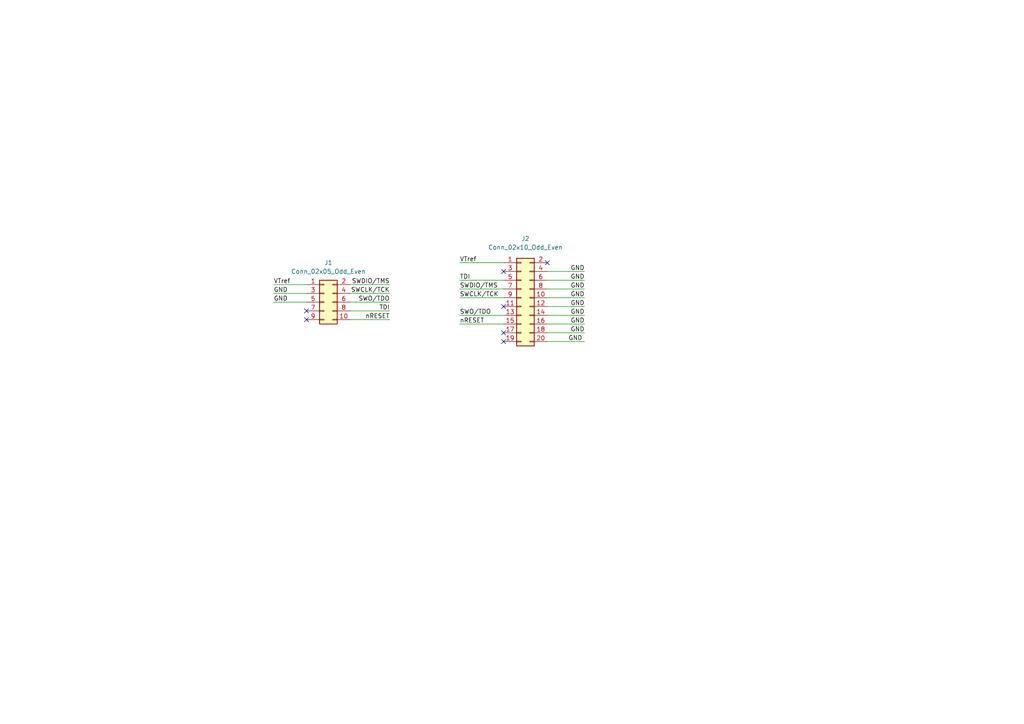
<source format=kicad_sch>
(kicad_sch (version 20211123) (generator eeschema)
  (paper "A4")
  (lib_symbols
    (symbol "Connector_Generic:Conn_02x05_Odd_Even" (pin_names (offset 1.016) hide)
      (property "Reference" "J" (at 1.27 7.62 0))
      (property "Value" "Conn_02x05_Odd_Even" (at 1.27 -7.62 0))
      (symbol "Conn_02x05_Odd_Even_1_1"
        (rectangle (start -1.27 -4.953) (end 0 -5.207) (stroke (width 0.1524)))
        (rectangle (start -1.27 -2.413) (end 0 -2.667) (stroke (width 0.1524)))
        (rectangle (start -1.27 0.127) (end 0 -0.127) (stroke (width 0.1524)))
        (rectangle (start -1.27 2.667) (end 0 2.413) (stroke (width 0.1524)))
        (rectangle (start -1.27 5.207) (end 0 4.953) (stroke (width 0.1524)))
        (rectangle (start -1.27 6.35) (end 3.81 -6.35) (stroke (width 0.254)) (fill (type background)))
        (rectangle (start 3.81 -4.953) (end 2.54 -5.207) (stroke (width 0.1524)))
        (rectangle (start 3.81 -2.413) (end 2.54 -2.667) (stroke (width 0.1524)))
        (rectangle (start 3.81 0.127) (end 2.54 -0.127) (stroke (width 0.1524)))
        (rectangle (start 3.81 2.667) (end 2.54 2.413) (stroke (width 0.1524)))
        (rectangle (start 3.81 5.207) (end 2.54 4.953) (stroke (width 0.1524)))
        (pin passive line (at -5.08 5.08 0) (length 3.81) (name "Pin_1") (number "1"))
        (pin passive line (at 7.62 -5.08 180) (length 3.81) (name "Pin_10") (number "10"))
        (pin passive line (at 7.62 5.08 180) (length 3.81) (name "Pin_2") (number "2"))
        (pin passive line (at -5.08 2.54 0) (length 3.81) (name "Pin_3") (number "3"))
        (pin passive line (at 7.62 2.54 180) (length 3.81) (name "Pin_4") (number "4"))
        (pin passive line (at -5.08 0 0) (length 3.81) (name "Pin_5") (number "5"))
        (pin passive line (at 7.62 0 180) (length 3.81) (name "Pin_6") (number "6"))
        (pin passive line (at -5.08 -2.54 0) (length 3.81) (name "Pin_7") (number "7"))
        (pin passive line (at 7.62 -2.54 180) (length 3.81) (name "Pin_8") (number "8"))
        (pin passive line (at -5.08 -5.08 0) (length 3.81) (name "Pin_9") (number "9"))
      )
    )
    (symbol "Connector_Generic:Conn_02x10_Odd_Even" (pin_names (offset 1.016) hide)
      (property "Reference" "J" (at 1.27 12.7 0))
      (property "Value" "Conn_02x10_Odd_Even" (at 1.27 -15.24 0))
      (symbol "Conn_02x10_Odd_Even_1_1"
        (rectangle (start -1.27 -12.573) (end 0 -12.827) (stroke (width 0.1524)))
        (rectangle (start -1.27 -10.033) (end 0 -10.287) (stroke (width 0.1524)))
        (rectangle (start -1.27 -7.493) (end 0 -7.747) (stroke (width 0.1524)))
        (rectangle (start -1.27 -4.953) (end 0 -5.207) (stroke (width 0.1524)))
        (rectangle (start -1.27 -2.413) (end 0 -2.667) (stroke (width 0.1524)))
        (rectangle (start -1.27 0.127) (end 0 -0.127) (stroke (width 0.1524)))
        (rectangle (start -1.27 2.667) (end 0 2.413) (stroke (width 0.1524)))
        (rectangle (start -1.27 5.207) (end 0 4.953) (stroke (width 0.1524)))
        (rectangle (start -1.27 7.747) (end 0 7.493) (stroke (width 0.1524)))
        (rectangle (start -1.27 10.287) (end 0 10.033) (stroke (width 0.1524)))
        (rectangle (start -1.27 11.43) (end 3.81 -13.97) (stroke (width 0.254)) (fill (type background)))
        (rectangle (start 3.81 -12.573) (end 2.54 -12.827) (stroke (width 0.1524)))
        (rectangle (start 3.81 -10.033) (end 2.54 -10.287) (stroke (width 0.1524)))
        (rectangle (start 3.81 -7.493) (end 2.54 -7.747) (stroke (width 0.1524)))
        (rectangle (start 3.81 -4.953) (end 2.54 -5.207) (stroke (width 0.1524)))
        (rectangle (start 3.81 -2.413) (end 2.54 -2.667) (stroke (width 0.1524)))
        (rectangle (start 3.81 0.127) (end 2.54 -0.127) (stroke (width 0.1524)))
        (rectangle (start 3.81 2.667) (end 2.54 2.413) (stroke (width 0.1524)))
        (rectangle (start 3.81 5.207) (end 2.54 4.953) (stroke (width 0.1524)))
        (rectangle (start 3.81 7.747) (end 2.54 7.493) (stroke (width 0.1524)))
        (rectangle (start 3.81 10.287) (end 2.54 10.033) (stroke (width 0.1524)))
        (pin passive line (at -5.08 10.16 0) (length 3.81) (name "Pin_1") (number "1"))
        (pin passive line (at 7.62 0 180) (length 3.81) (name "Pin_10") (number "10"))
        (pin passive line (at -5.08 -2.54 0) (length 3.81) (name "Pin_11") (number "11"))
        (pin passive line (at 7.62 -2.54 180) (length 3.81) (name "Pin_12") (number "12"))
        (pin passive line (at -5.08 -5.08 0) (length 3.81) (name "Pin_13") (number "13"))
        (pin passive line (at 7.62 -5.08 180) (length 3.81) (name "Pin_14") (number "14"))
        (pin passive line (at -5.08 -7.62 0) (length 3.81) (name "Pin_15") (number "15"))
        (pin passive line (at 7.62 -7.62 180) (length 3.81) (name "Pin_16") (number "16"))
        (pin passive line (at -5.08 -10.16 0) (length 3.81) (name "Pin_17") (number "17"))
        (pin passive line (at 7.62 -10.16 180) (length 3.81) (name "Pin_18") (number "18"))
        (pin passive line (at -5.08 -12.7 0) (length 3.81) (name "Pin_19") (number "19"))
        (pin passive line (at 7.62 10.16 180) (length 3.81) (name "Pin_2") (number "2"))
        (pin passive line (at 7.62 -12.7 180) (length 3.81) (name "Pin_20") (number "20"))
        (pin passive line (at -5.08 7.62 0) (length 3.81) (name "Pin_3") (number "3"))
        (pin passive line (at 7.62 7.62 180) (length 3.81) (name "Pin_4") (number "4"))
        (pin passive line (at -5.08 5.08 0) (length 3.81) (name "Pin_5") (number "5"))
        (pin passive line (at 7.62 5.08 180) (length 3.81) (name "Pin_6") (number "6"))
        (pin passive line (at -5.08 2.54 0) (length 3.81) (name "Pin_7") (number "7"))
        (pin passive line (at 7.62 2.54 180) (length 3.81) (name "Pin_8") (number "8"))
        (pin passive line (at -5.08 0 0) (length 3.81) (name "Pin_9") (number "9"))
      )
    )
  )
  (no_connect (at 146.05 78.74))
  (no_connect (at 88.9 92.71))
  (no_connect (at 88.9 90.17))
  (no_connect (at 158.75 76.2))
  (no_connect (at 146.05 99.06))
  (no_connect (at 146.05 96.52))
  (no_connect (at 146.05 88.9))
  (wire (pts (xy 133.35 86.36) (xy 146.05 86.36)))
  (wire (pts (xy 113.03 90.17) (xy 101.6 90.17)))
  (wire (pts (xy 158.75 86.36) (xy 169.545 86.36)))
  (wire (pts (xy 88.9 82.55) (xy 79.375 82.55)))
  (wire (pts (xy 133.35 76.2) (xy 146.05 76.2)))
  (wire (pts (xy 133.35 83.82) (xy 146.05 83.82)))
  (wire (pts (xy 113.03 82.55) (xy 101.6 82.55)))
  (wire (pts (xy 158.75 88.9) (xy 169.545 88.9)))
  (wire (pts (xy 158.75 99.06) (xy 169.545 99.06)))
  (wire (pts (xy 88.9 85.09) (xy 79.375 85.09)))
  (wire (pts (xy 88.9 87.63) (xy 79.375 87.63)))
  (wire (pts (xy 158.75 91.44) (xy 169.545 91.44)))
  (wire (pts (xy 158.75 81.28) (xy 169.545 81.28)))
  (wire (pts (xy 113.03 92.71) (xy 101.6 92.71)))
  (wire (pts (xy 158.75 96.52) (xy 169.545 96.52)))
  (wire (pts (xy 158.75 83.82) (xy 169.545 83.82)))
  (wire (pts (xy 133.35 81.28) (xy 146.05 81.28)))
  (wire (pts (xy 113.03 85.09) (xy 101.6 85.09)))
  (wire (pts (xy 133.35 93.98) (xy 146.05 93.98)))
  (wire (pts (xy 113.03 87.63) (xy 101.6 87.63)))
  (wire (pts (xy 158.75 78.74) (xy 169.545 78.74)))
  (wire (pts (xy 133.35 91.44) (xy 146.05 91.44)))
  (wire (pts (xy 158.75 93.98) (xy 169.545 93.98)))
  (label "SWCLK{slash}TCK" (at 113.03 85.09 180))
  (label "TDI" (at 113.03 90.17 180))
  (label "GND" (at 169.545 93.98 180))
  (label "GND" (at 79.375 87.63 0))
  (label "SWCLK{slash}TCK" (at 133.35 86.36 0))
  (label "GND" (at 168.91 99.06 180))
  (label "GND" (at 169.545 83.82 180))
  (label "TDI" (at 133.35 81.28 0))
  (label "nRESET" (at 133.35 93.98 0))
  (label "GND" (at 169.545 78.74 180))
  (label "SWDIO{slash}TMS" (at 113.03 82.55 180))
  (label "VTref" (at 79.375 82.55 0))
  (label "GND" (at 169.545 91.44 180))
  (label "SWDIO{slash}TMS" (at 133.35 83.82 0))
  (label "GND" (at 169.545 81.28 180))
  (label "VTref" (at 133.35 76.2 0))
  (label "SWO{slash}TDO" (at 113.03 87.63 180))
  (label "SWO{slash}TDO" (at 133.35 91.44 0))
  (label "GND" (at 169.545 96.52 180))
  (label "GND" (at 169.545 88.9 180))
  (label "nRESET" (at 113.03 92.71 180))
  (label "GND" (at 169.5397 86.36 180))
  (label "GND" (at 79.375 85.09 0))
  (symbol (lib_id "Connector_Generic:Conn_02x10_Odd_Even") (at 151.13 86.36 0) (unit 1)
    (property "Reference" "J2" (at 152.4 69.215 0))
    (property "Value" "Conn_02x10_Odd_Even" (at 152.4 71.755 0))
    (property "Footprint" "JLINK_MINI_ADAPTER:H_2x5_2.54mm" (effects hide))
  )
  (symbol (lib_id "Connector_Generic:Conn_02x05_Odd_Even") (at 93.98 87.63 0) (unit 1)
    (property "Reference" "J1" (at 95.25 76.2 0))
    (property "Value" "Conn_02x05_Odd_Even" (at 95.25 78.74 0))
    (property "Footprint" "Connector_PinSocket_1.27mm:PinSocket_2x05_P1.27mm_Vertical_SMD" (effects hide))
  )
)
</source>
